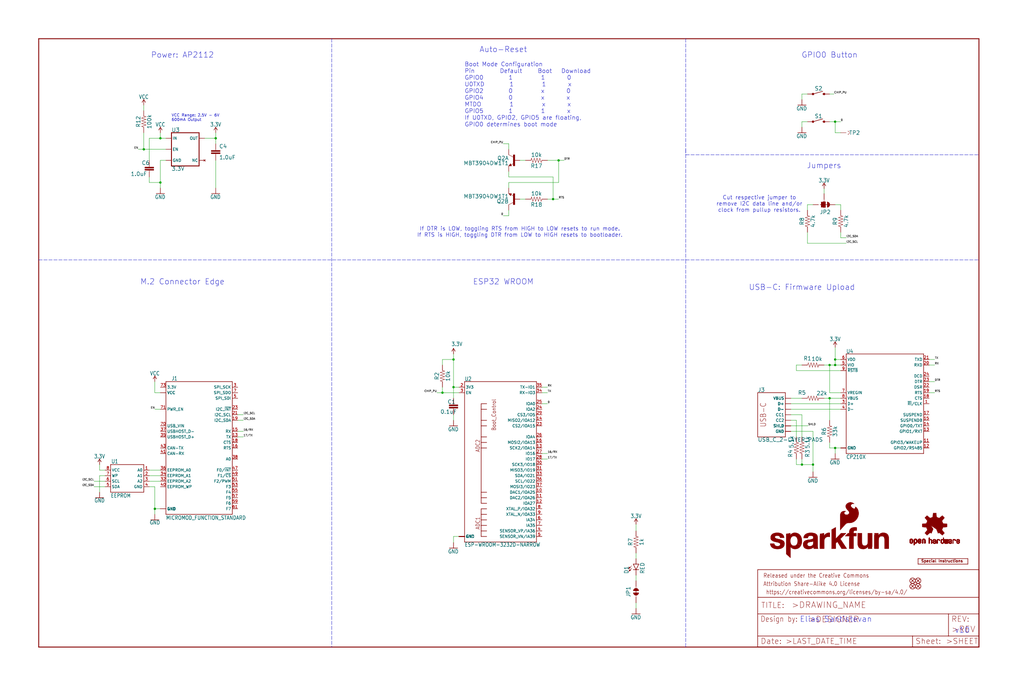
<source format=kicad_sch>
(kicad_sch (version 20211123) (generator eeschema)
  (paper "User" 470.306 317.906)
  (lib_symbols
    (symbol "schematicEagle-eagle-import:0.1UF-0603-25V-(+80{slash}-20%)"
      (property "Reference" "C" (at 1.524 2.921 0))
      (property "Value" "0.1UF-0603-25V-(+80{slash}-20%)" (at 1.524 -2.159 0))
      (symbol "0.1UF-0603-25V-(+80{slash}-20%)_1_0"
        (pin passive line (at 0 5.08 270) (length 2.54) (name "1") (number "1"))
        (pin passive line (at 0 -2.54 90) (length 2.54) (name "2") (number "2"))
      )
    )
    (symbol "schematicEagle-eagle-import:1.0UF-0603-16V-10%"
      (property "Reference" "C" (at 1.524 2.921 0))
      (property "Value" "1.0UF-0603-16V-10%" (at 1.524 -2.159 0))
      (symbol "1.0UF-0603-16V-10%_1_0"
        (pin passive line (at 0 5.08 270) (length 2.54) (name "1") (number "1"))
        (pin passive line (at 0 -2.54 90) (length 2.54) (name "2") (number "2"))
      )
    )
    (symbol "schematicEagle-eagle-import:100KOHM-0603-1{slash}10W-1%"
      (property "Reference" "R" (at 0 1.524 0))
      (property "Value" "100KOHM-0603-1{slash}10W-1%" (at 0 -1.524 0))
      (symbol "100KOHM-0603-1{slash}10W-1%_1_0"
        (pin passive line (at -5.08 0 0) (length 2.54) (name "1") (number "1"))
        (pin passive line (at 5.08 0 180) (length 2.54) (name "2") (number "2"))
      )
    )
    (symbol "schematicEagle-eagle-import:10KOHM-0603-1{slash}10W-1%"
      (property "Reference" "R" (at 0 1.524 0))
      (property "Value" "10KOHM-0603-1{slash}10W-1%" (at 0 -1.524 0))
      (symbol "10KOHM-0603-1{slash}10W-1%_1_0"
        (pin passive line (at -5.08 0 0) (length 2.54) (name "1") (number "1"))
        (pin passive line (at 5.08 0 180) (length 2.54) (name "2") (number "2"))
      )
    )
    (symbol "schematicEagle-eagle-import:1KOHM-0603-1{slash}10W-1%"
      (property "Reference" "R" (at 0 1.524 0))
      (property "Value" "1KOHM-0603-1{slash}10W-1%" (at 0 -1.524 0))
      (symbol "1KOHM-0603-1{slash}10W-1%_1_0"
        (pin passive line (at -5.08 0 0) (length 2.54) (name "1") (number "1"))
        (pin passive line (at 5.08 0 180) (length 2.54) (name "2") (number "2"))
      )
    )
    (symbol "schematicEagle-eagle-import:22KOHM-0603-1{slash}10W-1%"
      (property "Reference" "R" (at 0 1.524 0))
      (property "Value" "22KOHM-0603-1{slash}10W-1%" (at 0 -1.524 0))
      (symbol "22KOHM-0603-1{slash}10W-1%_1_0"
        (pin passive line (at -5.08 0 0) (length 2.54) (name "1") (number "1"))
        (pin passive line (at 5.08 0 180) (length 2.54) (name "2") (number "2"))
      )
    )
    (symbol "schematicEagle-eagle-import:3.3V" (power)
      (property "Value" "3.3V" (at 0 2.794 0))
      (symbol "3.3V_1_0"
        (pin power_in line (at 0 0 90) (length 2.54) (name "3.3V") (number "1"))
      )
    )
    (symbol "schematicEagle-eagle-import:33KOHM-0603-1{slash}10W-1%"
      (property "Reference" "R" (at 0 1.524 0))
      (property "Value" "33KOHM-0603-1{slash}10W-1%" (at 0 -1.524 0))
      (symbol "33KOHM-0603-1{slash}10W-1%_1_0"
        (pin passive line (at -5.08 0 0) (length 2.54) (name "1") (number "1"))
        (pin passive line (at 5.08 0 180) (length 2.54) (name "2") (number "2"))
      )
    )
    (symbol "schematicEagle-eagle-import:4.7KOHM-0603-1{slash}10W-1%"
      (property "Reference" "R" (at 0 1.524 0))
      (property "Value" "4.7KOHM-0603-1{slash}10W-1%" (at 0 -1.524 0))
      (symbol "4.7KOHM-0603-1{slash}10W-1%_1_0"
        (pin passive line (at -5.08 0 0) (length 2.54) (name "1") (number "1"))
        (pin passive line (at 5.08 0 180) (length 2.54) (name "2") (number "2"))
      )
    )
    (symbol "schematicEagle-eagle-import:5.1KOHM5.1KOHM-0603-1{slash}10W-1%"
      (property "Reference" "R" (at 0 1.524 0))
      (property "Value" "5.1KOHM5.1KOHM-0603-1{slash}10W-1%" (at 0 -1.524 0))
      (symbol "5.1KOHM5.1KOHM-0603-1{slash}10W-1%_1_0"
        (pin passive line (at -5.08 0 0) (length 2.54) (name "1") (number "1"))
        (pin passive line (at 5.08 0 180) (length 2.54) (name "2") (number "2"))
      )
    )
    (symbol "schematicEagle-eagle-import:CP2102N"
      (property "Reference" "U" (at -17.78 23.114 0))
      (property "Value" "CP2102N" (at -17.78 -25.4 0))
      (symbol "CP2102N_1_0"
        (pin bidirectional line (at 20.32 0 180) (length 2.54) (name "~{RI}/CLK") (number "1"))
        (pin bidirectional line (at 20.32 -17.78 180) (length 2.54) (name "GPIO3/WAKEUP") (number "11"))
        (pin bidirectional line (at 20.32 -20.32 180) (length 2.54) (name "GPIO2/RS485") (number "12"))
        (pin bidirectional line (at 20.32 -12.7 180) (length 2.54) (name "GPIO1/RXT") (number "13"))
        (pin bidirectional line (at 20.32 -10.16 180) (length 2.54) (name "GPIO0/TXT") (number "14"))
        (pin bidirectional line (at 20.32 -7.62 180) (length 2.54) (name "SUSPENDB") (number "15"))
        (pin bidirectional line (at 20.32 -5.08 180) (length 2.54) (name "SUSPEND") (number "17"))
        (pin bidirectional line (at 20.32 2.54 180) (length 2.54) (name "CTS") (number "18"))
        (pin bidirectional line (at 20.32 5.08 180) (length 2.54) (name "RTS") (number "19"))
        (pin bidirectional line (at -20.32 -20.32 0) (length 2.54) (name "GND") (number "2"))
        (pin bidirectional line (at 20.32 17.78 180) (length 2.54) (name "RXD") (number "20"))
        (pin bidirectional line (at 20.32 20.32 180) (length 2.54) (name "TXD") (number "21"))
        (pin bidirectional line (at 20.32 7.62 180) (length 2.54) (name "DSR") (number "22"))
        (pin bidirectional line (at 20.32 10.16 180) (length 2.54) (name "DTR") (number "23"))
        (pin bidirectional line (at 20.32 12.7 180) (length 2.54) (name "DCD") (number "24"))
        (pin bidirectional line (at -20.32 0 0) (length 2.54) (name "D+") (number "3"))
        (pin bidirectional line (at -20.32 -2.54 0) (length 2.54) (name "D-") (number "4"))
        (pin bidirectional line (at -20.32 17.78 0) (length 2.54) (name "VIO") (number "5"))
        (pin bidirectional line (at -20.32 20.32 0) (length 2.54) (name "VDD") (number "6"))
        (pin bidirectional line (at -20.32 5.08 0) (length 2.54) (name "VREGIN") (number "7"))
        (pin bidirectional line (at -20.32 2.54 0) (length 2.54) (name "VBUS") (number "8"))
        (pin bidirectional line (at -20.32 15.24 0) (length 2.54) (name "~{RSTB}") (number "9"))
        (pin bidirectional line (at -20.32 -20.32 0) (length 2.54) (name "GND") (number "PAD"))
      )
    )
    (symbol "schematicEagle-eagle-import:EEPROM-I2C512K"
      (property "Reference" "U" (at -7.62 8.382 0))
      (property "Value" "EEPROM-I2C512K" (at -7.62 -7.62 0))
      (symbol "EEPROM-I2C512K_1_0"
        (pin bidirectional line (at -10.16 5.08 0) (length 2.54) (name "A0") (number "1"))
        (pin bidirectional line (at -10.16 2.54 0) (length 2.54) (name "A1") (number "2"))
        (pin bidirectional line (at -10.16 0 0) (length 2.54) (name "A2") (number "3"))
        (pin power_in line (at -10.16 -2.54 0) (length 2.54) (name "GND") (number "4"))
        (pin bidirectional line (at 10.16 -2.54 180) (length 2.54) (name "SDA") (number "5"))
        (pin bidirectional line (at 10.16 0 180) (length 2.54) (name "SCL") (number "6"))
        (pin bidirectional line (at 10.16 2.54 180) (length 2.54) (name "WP") (number "7"))
        (pin power_in line (at 10.16 5.08 180) (length 2.54) (name "VCC") (number "8"))
      )
    )
    (symbol "schematicEagle-eagle-import:ESP-WROOM-3232D-NARROW"
      (property "Reference" "U" (at -17.78 38.354 0))
      (property "Value" "ESP-WROOM-3232D-NARROW" (at -17.78 -35.814 0))
      (symbol "ESP-WROOM-3232D-NARROW_1_0"
        (text "ADC1" (at -11.684 -26.924 900) (effects (font (size 1.778 1.5113))))
        (text "ADC2" (at -11.684 8.636 900) (effects (font (size 1.778 1.5113))))
        (text "Boot_Control" (at -4.318 22.86 900) (effects (font (size 1.778 1.5113))))
        (pin bidirectional line (at -20.32 -33.02 0) (length 2.54) (name "GND") (number "1"))
        (pin bidirectional line (at 17.78 -12.7 180) (length 2.54) (name "DAC1/IOA25") (number "10"))
        (pin bidirectional line (at 17.78 -15.24 180) (length 2.54) (name "DAC2/IOA26") (number "11"))
        (pin bidirectional line (at 17.78 -17.78 180) (length 2.54) (name "IOA27") (number "12"))
        (pin bidirectional line (at 17.78 7.62 180) (length 2.54) (name "SCK2/IOA14") (number "13"))
        (pin bidirectional line (at 17.78 20.32 180) (length 2.54) (name "MISO2/IOA12") (number "14"))
        (pin bidirectional line (at -20.32 -33.02 0) (length 2.54) (name "GND") (number "15"))
        (pin bidirectional line (at 17.78 10.16 180) (length 2.54) (name "MOSI2/IOA13") (number "16"))
        (pin bidirectional line (at -20.32 35.56 0) (length 2.54) (name "3V3") (number "2"))
        (pin bidirectional line (at 17.78 17.78 180) (length 2.54) (name "CS2/IOA15") (number "23"))
        (pin bidirectional line (at 17.78 25.4 180) (length 2.54) (name "IOA2") (number "24"))
        (pin bidirectional line (at 17.78 27.94 180) (length 2.54) (name "IOA0") (number "25"))
        (pin bidirectional line (at 17.78 12.7 180) (length 2.54) (name "IOA4") (number "26"))
        (pin bidirectional line (at 17.78 5.08 180) (length 2.54) (name "IO16") (number "27"))
        (pin bidirectional line (at 17.78 2.54 180) (length 2.54) (name "IO17") (number "28"))
        (pin bidirectional line (at 17.78 22.86 180) (length 2.54) (name "CS3/IO5") (number "29"))
        (pin bidirectional line (at -20.32 33.02 0) (length 2.54) (name "EN") (number "3"))
        (pin bidirectional line (at 17.78 0 180) (length 2.54) (name "SCK3/IO18") (number "30"))
        (pin bidirectional line (at 17.78 -2.54 180) (length 2.54) (name "MISO3/IO19") (number "31"))
        (pin bidirectional line (at 17.78 -5.08 180) (length 2.54) (name "SDA/IO21") (number "33"))
        (pin bidirectional line (at 17.78 33.02 180) (length 2.54) (name "RX-IO3") (number "34"))
        (pin bidirectional line (at 17.78 35.56 180) (length 2.54) (name "TX-IO1") (number "35"))
        (pin bidirectional line (at 17.78 -7.62 180) (length 2.54) (name "SCL/IO22") (number "36"))
        (pin bidirectional line (at 17.78 -10.16 180) (length 2.54) (name "MOSI3/IO23") (number "37"))
        (pin bidirectional line (at -20.32 -33.02 0) (length 2.54) (name "GND") (number "38"))
        (pin bidirectional line (at 17.78 -30.48 180) (length 2.54) (name "SENSOR_VP/IA36") (number "4"))
        (pin bidirectional line (at 17.78 -33.02 180) (length 2.54) (name "SENSOR_VN/IA39") (number "5"))
        (pin bidirectional line (at 17.78 -25.4 180) (length 2.54) (name "IA34") (number "6"))
        (pin bidirectional line (at 17.78 -27.94 180) (length 2.54) (name "IA35") (number "7"))
        (pin bidirectional line (at 17.78 -20.32 180) (length 2.54) (name "XTAL_P/IOA32") (number "8"))
        (pin bidirectional line (at 17.78 -22.86 180) (length 2.54) (name "XTAL_N/IOA33") (number "9"))
        (pin bidirectional line (at -20.32 -33.02 0) (length 2.54) (name "GND") (number "GND1"))
        (pin bidirectional line (at -20.32 -33.02 0) (length 2.54) (name "GND") (number "GNDT1"))
        (pin bidirectional line (at -20.32 -33.02 0) (length 2.54) (name "GND") (number "GNDT2"))
        (pin bidirectional line (at -20.32 -33.02 0) (length 2.54) (name "GND") (number "GNDT3"))
        (pin bidirectional line (at -20.32 -33.02 0) (length 2.54) (name "GND") (number "GNDT4"))
        (pin bidirectional line (at -20.32 -33.02 0) (length 2.54) (name "GND") (number "GNDT5"))
        (pin bidirectional line (at -20.32 -33.02 0) (length 2.54) (name "GND") (number "GNDT6"))
        (pin bidirectional line (at -20.32 -33.02 0) (length 2.54) (name "GND") (number "GNDT7"))
        (pin bidirectional line (at -20.32 -33.02 0) (length 2.54) (name "GND") (number "GNDT8"))
      )
    )
    (symbol "schematicEagle-eagle-import:FIDUCIAL1X2")
    (symbol "schematicEagle-eagle-import:FRAME-LEDGER"
      (symbol "FRAME-LEDGER_2_0"
        (text " https://creativecommons.org/licenses/by-sa/4.0/" (at 2.54 24.13 0) (effects (font (size 1.9304 1.6408)) (justify left bottom)))
        (text ">DESIGNER" (at 23.114 11.176 0) (effects (font (size 2.7432 2.7432)) (justify left bottom)))
        (text ">DRAWING_NAME" (at 15.494 17.78 0) (effects (font (size 2.7432 2.7432)) (justify left bottom)))
        (text ">LAST_DATE_TIME" (at 12.7 1.27 0) (effects (font (size 2.54 2.54)) (justify left bottom)))
        (text ">REV" (at 88.9 6.604 0) (effects (font (size 2.7432 2.7432)) (justify left bottom)))
        (text ">SHEET" (at 86.36 1.27 0) (effects (font (size 2.54 2.54)) (justify left bottom)))
        (text "Attribution Share-Alike 4.0 License" (at 2.54 27.94 0) (effects (font (size 1.9304 1.6408)) (justify left bottom)))
        (text "Date:" (at 1.27 1.27 0) (effects (font (size 2.54 2.54)) (justify left bottom)))
        (text "Design by:" (at 1.27 11.43 0) (effects (font (size 2.54 2.159)) (justify left bottom)))
        (text "Released under the Creative Commons" (at 2.54 31.75 0) (effects (font (size 1.9304 1.6408)) (justify left bottom)))
        (text "REV:" (at 88.9 11.43 0) (effects (font (size 2.54 2.54)) (justify left bottom)))
        (text "Sheet:" (at 72.39 1.27 0) (effects (font (size 2.54 2.54)) (justify left bottom)))
        (text "TITLE:" (at 1.524 17.78 0) (effects (font (size 2.54 2.54)) (justify left bottom)))
      )
    )
    (symbol "schematicEagle-eagle-import:GND" (power)
      (property "Value" "GND" (at 0 -0.254 0))
      (symbol "GND_1_0"
        (pin power_in line (at 0 2.54 270) (length 2.54) (name "GND") (number "1"))
      )
    )
    (symbol "schematicEagle-eagle-import:JUMPER-SMT_2_NC_TRACE_SILK"
      (property "Reference" "JP" (at 0 3.048 0))
      (property "Value" "JUMPER-SMT_2_NC_TRACE_SILK" (at 0 -3.048 0))
      (symbol "JUMPER-SMT_2_NC_TRACE_SILK_1_0"
        (pin passive line (at -5.08 0 0) (length 2.54) (name "1") (number "1"))
        (pin passive line (at 5.08 0 180) (length 2.54) (name "2") (number "2"))
      )
    )
    (symbol "schematicEagle-eagle-import:JUMPER-SMT_3_2-NC_TRACE_SILK"
      (property "Reference" "JP" (at 6.096 1.524 0))
      (property "Value" "JUMPER-SMT_3_2-NC_TRACE_SILK" (at 6.858 -1.524 0))
      (symbol "JUMPER-SMT_3_2-NC_TRACE_SILK_1_0"
        (pin passive line (at 0 5.08 270) (length 2.54) (name "1") (number "1"))
        (pin passive line (at -5.08 0 0) (length 2.54) (name "2") (number "2"))
        (pin passive line (at 0 -5.08 90) (length 2.54) (name "3") (number "3"))
      )
    )
    (symbol "schematicEagle-eagle-import:LED-RED0603"
      (property "Reference" "D" (at -3.429 -4.572 90))
      (property "Value" "LED-RED0603" (at 1.905 -4.572 90))
      (symbol "LED-RED0603_1_0"
        (pin passive line (at 0 2.54 270) (length 2.54) (name "A") (number "A"))
        (pin passive line (at 0 -5.08 90) (length 2.54) (name "C") (number "C"))
      )
    )
    (symbol "schematicEagle-eagle-import:MICROMOD_FUNCTION_STANDARD"
      (property "Reference" "J" (at -15.24 28.448 0))
      (property "Value" "MICROMOD_FUNCTION_STANDARD" (at -15.24 -35.56 0))
      (symbol "MICROMOD_FUNCTION_STANDARD_1_0"
        (pin bidirectional line (at -17.78 -30.48 0) (length 2.54) (name "GND") (number "1"))
        (pin bidirectional line (at 17.78 2.54 180) (length 2.54) (name "TX") (number "13"))
        (pin bidirectional line (at 17.78 5.08 180) (length 2.54) (name "RX") (number "15"))
        (pin bidirectional line (at 17.78 -2.54 180) (length 2.54) (name "RTS") (number "16"))
        (pin bidirectional line (at 17.78 0 180) (length 2.54) (name "CTS") (number "18"))
        (pin bidirectional line (at 17.78 10.16 180) (length 2.54) (name "I2C_SDA") (number "19"))
        (pin bidirectional line (at 17.78 12.7 180) (length 2.54) (name "I2C_SCL") (number "21"))
        (pin bidirectional line (at 17.78 15.24 180) (length 2.54) (name "I2C_~{INT}") (number "23"))
        (pin bidirectional line (at 17.78 25.4 180) (length 2.54) (name "SPI_SCK") (number "3"))
        (pin bidirectional line (at -17.78 -17.78 0) (length 2.54) (name "EEPROM_A2") (number "32"))
        (pin bidirectional line (at -17.78 -30.48 0) (length 2.54) (name "GND") (number "33"))
        (pin bidirectional line (at -17.78 -15.24 0) (length 2.54) (name "EEPROM_A1") (number "34"))
        (pin bidirectional line (at -17.78 2.54 0) (length 2.54) (name "USBHOST_D+") (number "35"))
        (pin bidirectional line (at -17.78 -12.7 0) (length 2.54) (name "EEPROM_A0") (number "36"))
        (pin bidirectional line (at -17.78 5.08 0) (length 2.54) (name "USBHOST_D-") (number "37"))
        (pin bidirectional line (at 17.78 -7.62 180) (length 2.54) (name "A0") (number "38"))
        (pin bidirectional line (at -17.78 -30.48 0) (length 2.54) (name "GND") (number "39"))
        (pin bidirectional line (at -17.78 -20.32 0) (length 2.54) (name "EEPROM_WP") (number "40"))
        (pin bidirectional line (at -17.78 -5.08 0) (length 2.54) (name "CAN-RX") (number "41"))
        (pin bidirectional line (at -17.78 -2.54 0) (length 2.54) (name "CAN-TX") (number "43"))
        (pin bidirectional line (at -17.78 -30.48 0) (length 2.54) (name "GND") (number "45"))
        (pin bidirectional line (at 17.78 -12.7 180) (length 2.54) (name "F0/~{INT}") (number "47"))
        (pin bidirectional line (at 17.78 -15.24 180) (length 2.54) (name "F1/~{CS}") (number "49"))
        (pin bidirectional line (at 17.78 20.32 180) (length 2.54) (name "SPI_SDI") (number "5"))
        (pin bidirectional line (at 17.78 -17.78 180) (length 2.54) (name "F2/PWM") (number "51"))
        (pin bidirectional line (at 17.78 -20.32 180) (length 2.54) (name "F3") (number "53"))
        (pin bidirectional line (at 17.78 -22.86 180) (length 2.54) (name "F4") (number "55"))
        (pin bidirectional line (at 17.78 -25.4 180) (length 2.54) (name "F5") (number "57"))
        (pin bidirectional line (at 17.78 -27.94 180) (length 2.54) (name "F6") (number "59"))
        (pin bidirectional line (at 17.78 -30.48 180) (length 2.54) (name "F7") (number "61"))
        (pin bidirectional line (at 17.78 22.86 180) (length 2.54) (name "SPI_SDO") (number "7"))
        (pin bidirectional line (at -17.78 7.62 0) (length 2.54) (name "USB_VIN") (number "70"))
        (pin bidirectional line (at -17.78 15.24 0) (length 2.54) (name "PWR_EN") (number "71"))
        (pin bidirectional line (at -17.78 22.86 0) (length 2.54) (name "VCC") (number "72"))
        (pin bidirectional line (at -17.78 25.4 0) (length 2.54) (name "3.3V") (number "73"))
        (pin bidirectional line (at -17.78 22.86 0) (length 2.54) (name "VCC") (number "74"))
        (pin bidirectional line (at -17.78 -30.48 0) (length 2.54) (name "GND") (number "75"))
        (pin bidirectional line (at -17.78 -30.48 0) (length 2.54) (name "GND") (number "GND1"))
        (pin bidirectional line (at -17.78 -30.48 0) (length 2.54) (name "GND") (number "GND2"))
        (pin bidirectional line (at -17.78 -30.48 0) (length 2.54) (name "GND") (number "GND3"))
        (pin bidirectional line (at -17.78 -30.48 0) (length 2.54) (name "GND") (number "GND4"))
        (pin bidirectional line (at -17.78 -30.48 0) (length 2.54) (name "GND") (number "GND5"))
        (pin bidirectional line (at -17.78 -30.48 0) (length 2.54) (name "GND") (number "GND6"))
      )
    )
    (symbol "schematicEagle-eagle-import:MOMENTARY-SWITCH-SPST-SMD-5.2MM-TALL"
      (property "Reference" "S" (at 0 1.524 0))
      (property "Value" "MOMENTARY-SWITCH-SPST-SMD-5.2MM-TALL" (at 0 -0.508 0))
      (symbol "MOMENTARY-SWITCH-SPST-SMD-5.2MM-TALL_1_0"
        (pin passive line (at -5.08 0 0) (length 2.54) (name "1") (number "1"))
        (pin passive line (at 5.08 0 180) (length 2.54) (name "2") (number "3"))
      )
    )
    (symbol "schematicEagle-eagle-import:OSHW-LOGOS")
    (symbol "schematicEagle-eagle-import:SFE_LOGO_NAME_FLAME.2_INCH")
    (symbol "schematicEagle-eagle-import:SPECIAL_INSTRUCTIONS-ORDERING"
      (symbol "SPECIAL_INSTRUCTIONS-ORDERING_1_0"
        (text "Special Instructions" (at 1.27 0.6985 0) (effects (font (size 1.27 1.27) (thickness 0.254) bold) (justify left bottom)))
      )
    )
    (symbol "schematicEagle-eagle-import:TEST-POINTTP_15TH_THRU"
      (property "Reference" "TP" (at -2.54 2.54 0))
      (property "Value" "TEST-POINTTP_15TH_THRU" (at -2.54 -2.54 0))
      (symbol "TEST-POINTTP_15TH_THRU_1_0"
        (pin bidirectional line (at 0 0 180) (length 0) (name "1") (number "1"))
      )
    )
    (symbol "schematicEagle-eagle-import:TRANS_NPN_DUAL-MBT3904DW1T1"
      (property "Reference" "Q" (at 2.54 0 0))
      (property "Value" "TRANS_NPN_DUAL-MBT3904DW1T1" (at 2.54 -2.286 0))
      (symbol "TRANS_NPN_DUAL-MBT3904DW1T1_1_0"
        (pin passive line (at 2.54 5.08 270) (length 2.54) (name "C") (number "3"))
        (pin passive line (at 2.54 -5.08 90) (length 2.54) (name "E") (number "4"))
        (pin passive line (at -2.54 0 0) (length 2.54) (name "B") (number "5"))
      )
      (symbol "TRANS_NPN_DUAL-MBT3904DW1T1_2_0"
        (pin passive line (at 2.54 -5.08 90) (length 2.54) (name "E") (number "1"))
        (pin passive line (at -2.54 0 0) (length 2.54) (name "B") (number "2"))
        (pin passive line (at 2.54 5.08 270) (length 2.54) (name "C") (number "6"))
      )
    )
    (symbol "schematicEagle-eagle-import:USB_C_2-LAYER_PADS"
      (property "Reference" "J" (at -2.54 10.414 0))
      (property "Value" "USB_C_2-LAYER_PADS" (at -2.54 -12.446 0))
      (symbol "USB_C_2-LAYER_PADS_1_0"
        (text "USB-C" (at 0 0 900) (effects (font (size 2.54 2.159))))
        (pin bidirectional line (at 12.7 0 180) (length 2.54) (name "CC1") (number "A5"))
        (pin bidirectional line (at 12.7 5.08 180) (length 2.54) (name "D+") (number "A6"))
        (pin bidirectional line (at 12.7 2.54 180) (length 2.54) (name "D-") (number "A7"))
        (pin bidirectional line (at 12.7 -2.54 180) (length 2.54) (name "CC2") (number "B5"))
        (pin bidirectional line (at 12.7 5.08 180) (length 2.54) (name "D+") (number "B6"))
        (pin bidirectional line (at 12.7 2.54 180) (length 2.54) (name "D-") (number "B7"))
        (pin bidirectional line (at 12.7 -7.62 180) (length 2.54) (name "GND") (number "GND"))
        (pin bidirectional line (at 12.7 -7.62 180) (length 2.54) (name "GND") (number "GND2"))
        (pin bidirectional line (at 12.7 -5.08 180) (length 2.54) (name "SHLD") (number "SHLD1"))
        (pin bidirectional line (at 12.7 -5.08 180) (length 2.54) (name "SHLD") (number "SHLD2"))
        (pin bidirectional line (at 12.7 -5.08 180) (length 2.54) (name "SHLD") (number "SHLD3"))
        (pin bidirectional line (at 12.7 -5.08 180) (length 2.54) (name "SHLD") (number "SHLD4"))
        (pin bidirectional line (at 12.7 7.62 180) (length 2.54) (name "VBUS") (number "VBUS1"))
        (pin bidirectional line (at 12.7 7.62 180) (length 2.54) (name "VBUS") (number "VBUS2"))
      )
    )
    (symbol "schematicEagle-eagle-import:VCC" (power)
      (property "Value" "VCC" (at 0 2.794 0))
      (symbol "VCC_1_0"
        (pin power_in line (at 0 0 90) (length 2.54) (name "VCC") (number "1"))
      )
    )
    (symbol "schematicEagle-eagle-import:V_REG_AP2112K-3.3V"
      (property "Reference" "U" (at -7.62 7.874 0))
      (property "Value" "V_REG_AP2112K-3.3V" (at -7.62 -7.874 0))
      (symbol "V_REG_AP2112K-3.3V_1_0"
        (pin input line (at -10.16 5.08 0) (length 2.54) (name "IN") (number "1"))
        (pin input line (at -10.16 -5.08 0) (length 2.54) (name "GND") (number "2"))
        (pin input line (at -10.16 0 0) (length 2.54) (name "EN") (number "3"))
        (pin no_connect line (at 7.62 -5.08 180) (length 2.54) (name "NC") (number "4"))
        (pin passive line (at 7.62 5.08 180) (length 2.54) (name "OUT") (number "5"))
      )
    )
  )
  (junction (at 383.54 205.74))
  (junction (at 381 167.64))
  (junction (at 256.54 73.66))
  (junction (at 368.3 213.36))
  (junction (at 99.06 63.5))
  (junction (at 208.28 165.1))
  (junction (at 73.66 83.82))
  (junction (at 383.54 55.88))
  (junction (at 73.66 63.5))
  (junction (at 66.04 68.58))
  (junction (at 381 182.88))
  (junction (at 254 91.44))
  (junction (at 373.38 213.36))
  (junction (at 208.28 177.8))
  (junction (at 71.12 233.68))
  (junction (at 203.2 180.34))
  (junction (at 383.54 165.1))
  (junction (at 383.54 167.64))
  (wire (pts (xy 368.3 190.5) (xy 368.3 200.66)))
  (wire (pts (xy 381 182.88) (xy 381 193.04)))
  (wire (pts (xy 254 91.44) (xy 256.54 91.44)))
  (wire (pts (xy 363.22 182.88) (xy 368.3 182.88)))
  (polyline (pts (xy 314.96 17.78) (xy 314.96 68.58)))
  (polyline (pts (xy 314.96 68.58) (xy 314.96 119.38)))
  (wire (pts (xy 45.72 215.9) (xy 45.72 213.36)))
  (wire (pts (xy 71.12 223.52) (xy 71.12 233.68)))
  (wire (pts (xy 426.72 165.1) (xy 429.26 165.1)))
  (wire (pts (xy 248.92 180.34) (xy 251.46 180.34)))
  (wire (pts (xy 292.1 266.7) (xy 292.1 264.16)))
  (wire (pts (xy 66.04 68.58) (xy 66.04 60.96)))
  (wire (pts (xy 381 43.18) (xy 383.032 43.18)))
  (wire (pts (xy 73.66 233.68) (xy 71.12 233.68)))
  (wire (pts (xy 256.54 83.82) (xy 256.54 73.66)))
  (wire (pts (xy 363.22 190.5) (xy 368.3 190.5)))
  (wire (pts (xy 386.08 167.64) (xy 383.54 167.64)))
  (wire (pts (xy 68.58 83.82) (xy 73.66 83.82)))
  (wire (pts (xy 363.22 195.58) (xy 371.094 195.58)))
  (wire (pts (xy 76.2 73.66) (xy 73.66 73.66)))
  (wire (pts (xy 99.06 63.5) (xy 99.06 66.04)))
  (wire (pts (xy 254 91.44) (xy 254 81.28)))
  (wire (pts (xy 381 205.74) (xy 381 203.2)))
  (wire (pts (xy 68.58 63.5) (xy 73.66 63.5)))
  (wire (pts (xy 73.66 83.82) (xy 73.66 86.36)))
  (wire (pts (xy 208.28 190.5) (xy 208.28 193.04)))
  (wire (pts (xy 109.22 198.12) (xy 111.76 198.12)))
  (wire (pts (xy 251.46 91.44) (xy 254 91.44)))
  (wire (pts (xy 383.54 60.96) (xy 386.08 60.96)))
  (wire (pts (xy 233.68 99.06) (xy 231.14 99.06)))
  (wire (pts (xy 248.92 210.82) (xy 251.46 210.82)))
  (wire (pts (xy 365.76 193.04) (xy 365.76 200.66)))
  (wire (pts (xy 241.3 73.66) (xy 238.76 73.66)))
  (wire (pts (xy 381 55.88) (xy 383.54 55.88)))
  (wire (pts (xy 365.76 167.64) (xy 368.3 167.64)))
  (wire (pts (xy 378.46 86.614) (xy 378.46 88.9)))
  (polyline (pts (xy 152.4 17.78) (xy 152.4 297.18)))
  (wire (pts (xy 73.66 180.34) (xy 71.12 180.34)))
  (wire (pts (xy 373.38 93.98) (xy 370.84 93.98)))
  (wire (pts (xy 210.82 246.38) (xy 208.28 246.38)))
  (wire (pts (xy 370.84 55.88) (xy 368.3 55.88)))
  (wire (pts (xy 365.76 213.36) (xy 368.3 213.36)))
  (wire (pts (xy 383.54 55.88) (xy 383.54 60.96)))
  (wire (pts (xy 381 167.64) (xy 378.46 167.64)))
  (wire (pts (xy 426.72 175.26) (xy 429.26 175.26)))
  (wire (pts (xy 208.28 177.8) (xy 208.28 182.88)))
  (wire (pts (xy 203.2 180.34) (xy 200.66 180.34)))
  (wire (pts (xy 208.28 165.1) (xy 203.2 165.1)))
  (wire (pts (xy 233.68 68.58) (xy 233.68 66.04)))
  (wire (pts (xy 66.04 68.58) (xy 63.5 68.58)))
  (wire (pts (xy 383.54 167.64) (xy 383.54 165.1)))
  (wire (pts (xy 386.08 205.74) (xy 383.54 205.74)))
  (polyline (pts (xy 314.96 68.58) (xy 314.96 71.12)))
  (wire (pts (xy 203.2 165.1) (xy 203.2 167.64)))
  (wire (pts (xy 73.66 218.44) (xy 68.58 218.44)))
  (wire (pts (xy 68.58 83.82) (xy 68.58 81.28)))
  (wire (pts (xy 386.08 96.52) (xy 386.08 93.98)))
  (wire (pts (xy 365.76 170.18) (xy 365.76 167.64)))
  (wire (pts (xy 386.08 109.22) (xy 388.62 109.22)))
  (wire (pts (xy 363.22 187.96) (xy 386.08 187.96)))
  (wire (pts (xy 233.68 81.28) (xy 233.68 78.74)))
  (wire (pts (xy 45.72 218.44) (xy 45.72 226.06)))
  (wire (pts (xy 73.66 73.66) (xy 73.66 83.82)))
  (wire (pts (xy 378.46 182.88) (xy 381 182.88)))
  (wire (pts (xy 363.22 193.04) (xy 365.76 193.04)))
  (wire (pts (xy 383.54 165.1) (xy 383.54 159.512)))
  (polyline (pts (xy 17.78 119.38) (xy 314.96 119.38)))
  (wire (pts (xy 203.2 180.34) (xy 203.2 177.8)))
  (wire (pts (xy 68.58 73.66) (xy 68.58 63.5)))
  (wire (pts (xy 254 81.28) (xy 233.68 81.28)))
  (wire (pts (xy 76.2 63.5) (xy 73.66 63.5)))
  (wire (pts (xy 368.3 213.36) (xy 373.38 213.36)))
  (polyline (pts (xy 314.96 119.38) (xy 314.96 297.18)))
  (wire (pts (xy 48.26 220.98) (xy 43.18 220.98)))
  (wire (pts (xy 248.92 208.28) (xy 251.46 208.28)))
  (wire (pts (xy 292.1 279.4) (xy 292.1 276.86)))
  (wire (pts (xy 233.68 66.04) (xy 231.14 66.04)))
  (wire (pts (xy 426.72 167.64) (xy 429.26 167.64)))
  (wire (pts (xy 248.92 177.8) (xy 251.46 177.8)))
  (wire (pts (xy 248.92 185.42) (xy 251.46 185.42)))
  (wire (pts (xy 373.38 213.36) (xy 373.38 216.662)))
  (wire (pts (xy 208.28 165.1) (xy 208.28 177.8)))
  (wire (pts (xy 71.12 180.34) (xy 71.12 175.26)))
  (wire (pts (xy 66.04 50.8) (xy 66.04 48.26)))
  (wire (pts (xy 381 182.88) (xy 386.08 182.88)))
  (wire (pts (xy 292.1 243.84) (xy 292.1 240.792)))
  (wire (pts (xy 233.68 99.06) (xy 233.68 96.52)))
  (wire (pts (xy 365.76 210.82) (xy 365.76 213.36)))
  (wire (pts (xy 386.08 165.1) (xy 383.54 165.1)))
  (wire (pts (xy 99.06 86.36) (xy 99.06 73.66)))
  (wire (pts (xy 48.26 223.52) (xy 43.18 223.52)))
  (wire (pts (xy 210.82 180.34) (xy 203.2 180.34)))
  (wire (pts (xy 256.54 73.66) (xy 259.08 73.66)))
  (wire (pts (xy 208.28 162.56) (xy 208.28 165.1)))
  (wire (pts (xy 370.84 111.76) (xy 388.62 111.76)))
  (wire (pts (xy 109.22 193.04) (xy 111.76 193.04)))
  (polyline (pts (xy 314.96 119.38) (xy 449.58 119.38)))
  (polyline (pts (xy 314.96 71.12) (xy 449.58 71.12)))
  (wire (pts (xy 251.46 73.66) (xy 256.54 73.66)))
  (wire (pts (xy 48.26 218.44) (xy 45.72 218.44)))
  (wire (pts (xy 292.1 256.54) (xy 292.1 254)))
  (wire (pts (xy 368.3 55.88) (xy 368.3 58.42)))
  (wire (pts (xy 233.68 83.82) (xy 256.54 83.82)))
  (wire (pts (xy 73.66 220.98) (xy 68.58 220.98)))
  (wire (pts (xy 386.08 170.18) (xy 365.76 170.18)))
  (wire (pts (xy 233.68 86.36) (xy 233.68 83.82)))
  (wire (pts (xy 241.3 91.44) (xy 238.76 91.44)))
  (wire (pts (xy 370.84 93.98) (xy 370.84 96.52)))
  (wire (pts (xy 368.3 43.18) (xy 368.3 45.72)))
  (wire (pts (xy 381 180.34) (xy 381 167.64)))
  (wire (pts (xy 109.22 190.5) (xy 111.76 190.5)))
  (wire (pts (xy 368.3 210.82) (xy 368.3 213.36)))
  (wire (pts (xy 386.08 106.68) (xy 386.08 109.22)))
  (wire (pts (xy 48.26 215.9) (xy 45.72 215.9)))
  (wire (pts (xy 386.08 93.98) (xy 383.54 93.98)))
  (wire (pts (xy 111.76 200.66) (xy 109.22 200.66)))
  (wire (pts (xy 383.54 167.64) (xy 381 167.64)))
  (wire (pts (xy 386.08 180.34) (xy 381 180.34)))
  (wire (pts (xy 370.84 106.68) (xy 370.84 111.76)))
  (wire (pts (xy 71.12 233.68) (xy 71.12 236.22)))
  (wire (pts (xy 208.28 177.8) (xy 210.82 177.8)))
  (wire (pts (xy 73.66 63.5) (xy 73.66 60.96)))
  (wire (pts (xy 76.2 68.58) (xy 66.04 68.58)))
  (wire (pts (xy 383.54 205.74) (xy 381 205.74)))
  (wire (pts (xy 426.72 180.34) (xy 429.26 180.34)))
  (wire (pts (xy 73.66 215.9) (xy 68.58 215.9)))
  (wire (pts (xy 386.08 185.42) (xy 363.22 185.42)))
  (wire (pts (xy 370.84 43.18) (xy 368.3 43.18)))
  (wire (pts (xy 68.58 223.52) (xy 71.12 223.52)))
  (wire (pts (xy 208.28 246.38) (xy 208.28 249.174)))
  (wire (pts (xy 363.22 198.12) (xy 373.38 198.12)))
  (wire (pts (xy 373.38 198.12) (xy 373.38 213.36)))
  (wire (pts (xy 99.06 60.96) (xy 99.06 63.5)))
  (wire (pts (xy 383.54 205.74) (xy 383.54 208.28)))
  (wire (pts (xy 73.66 187.96) (xy 71.12 187.96)))
  (wire (pts (xy 93.98 63.5) (xy 99.06 63.5)))
  (wire (pts (xy 383.54 55.88) (xy 386.08 55.88)))
  (text "USB-C: Firmware Upload" (at 368.3 132.08 180) (effects (font (size 2.54 2.54))))
  (text "ESP32 WROOM" (at 231.14 129.54 180) (effects (font (size 2.54 2.54))))
  (text "M.2 Connector Edge" (at 83.82 129.54 180) (effects (font (size 2.54 2.54))))
  (text "Cut respective jumper to\nremove I2C data line and/or\nclock from pullup resistors." (at 348.742 93.726 0) (effects (font (size 1.778 1.778))))
  (text "v10" (at 441.96 289.56 180) (effects (font (size 2.54 2.54))))
  (text "Elias Santistevan" (at 367.284 286.004 180) (effects (font (size 2.54 2.54)) (justify left bottom)))
  (text "Power: AP2112" (at 83.82 25.4 180) (effects (font (size 2.54 2.54))))
  (text "Boot Mode Configuration\nPin        Default     Boot   Download\nGPIO0        1         1       0\nU0TXD        1         1       x\nGPIO2        0         x       0\nGPIO4        0         x       x\nMTDO         1         x       x\nGPIO5        1         1       x\nIf U0TXD, GPIO2, GPIO5 are floating,\nGPIO0 determines boot mode" (at 213.36 58.42 0) (effects (font (size 1.905 1.905)) (justify left bottom)))
  (text "Auto-Reset" (at 231.14 22.86 180) (effects (font (size 2.54 2.54))))
  (text "If DTR is LOW, toggling RTS from HIGH to LOW resets to run mode.\nIf RTS is HIGH, toggling DTR from LOW to HIGH resets to bootloader." (at 238.76 104.14 0) (effects (font (size 1.778 1.778)) (justify top)))
  (text "Jumpers" (at 378.46 76.2 180) (effects (font (size 2.54 2.54))))
  (text "VCC Range: 2.5V - 6V\n600mA Output" (at 78.74 55.88 180) (effects (font (size 1.27 1.27)) (justify left bottom)))
  (text "GPIO0 Button" (at 381 25.4 180) (effects (font (size 2.54 2.54))))
  (label "RX" (at 251.46 177.8 0) (effects (font (size 0.889 0.889))))
  (label "RX" (at 429.26 167.64 0) (effects (font (size 0.889 0.889))))
  (label "I2C_SDA" (at 388.62 109.22 0) (effects (font (size 0.889 0.889))))
  (label "SHLD" (at 371.094 195.58 0) (effects (font (size 0.889 0.889))))
  (label "EN" (at 63.5 68.58 180) (effects (font (size 0.889 0.889))))
  (label "TX" (at 429.26 165.1 0) (effects (font (size 0.889 0.889))))
  (label "0" (at 251.46 185.42 0) (effects (font (size 0.889 0.889))))
  (label "17/TX" (at 111.76 200.66 0) (effects (font (size 0.889 0.889))))
  (label "I2C_SCL" (at 43.18 220.98 180) (effects (font (size 0.889 0.889))))
  (label "DTR" (at 429.26 175.26 0) (effects (font (size 0.889 0.889))))
  (label "RTS" (at 429.26 180.34 0) (effects (font (size 0.889 0.889))))
  (label "0" (at 231.14 99.06 180) (effects (font (size 0.889 0.889))))
  (label "EN" (at 71.12 187.96 180) (effects (font (size 0.889 0.889))))
  (label "I2C_SDA" (at 43.18 223.52 180) (effects (font (size 0.889 0.889))))
  (label "DTR" (at 259.08 73.66 0) (effects (font (size 0.889 0.889))))
  (label "I2C_SCL" (at 111.76 190.5 0) (effects (font (size 0.889 0.889))))
  (label "RTS" (at 256.54 91.44 0) (effects (font (size 0.889 0.889))))
  (label "17/TX" (at 251.46 210.82 0) (effects (font (size 0.889 0.889))))
  (label "0" (at 386.08 55.88 0) (effects (font (size 0.889 0.889))))
  (label "16/RX" (at 111.76 198.12 0) (effects (font (size 0.889 0.889))))
  (label "CHIP_PU" (at 383.032 43.18 0) (effects (font (size 0.889 0.889))))
  (label "CHIP_PU" (at 231.14 66.04 180) (effects (font (size 0.889 0.889))))
  (label "TX" (at 251.46 180.34 0) (effects (font (size 0.889 0.889))))
  (label "CHIP_PU" (at 200.66 180.34 180) (effects (font (size 0.889 0.889))))
  (label "16/RX" (at 251.46 208.28 0) (effects (font (size 0.889 0.889))))
  (label "I2C_SCL" (at 388.62 111.76 0) (effects (font (size 0.889 0.889))))
  (label "I2C_SDA" (at 111.76 193.04 0) (effects (font (size 0.889 0.889))))
  (symbol (lib_id "schematicEagle-eagle-import:USB_C_2-LAYER_PADS") (at 350.52 190.5 0) (unit 1)
    (property "Reference" "J3" (at 347.98 180.086 0) (effects (font (size 1.778 1.778)) (justify left bottom)))
    (property "Value" "USB_C_2-LAYER_PADS" (at 347.98 202.946 0) (effects (font (size 1.778 1.778)) (justify left bottom)))
    (property "Footprint" "schematicEagle:USB-C-16P-2LAYER-PADS" (effects hide))
  )
  (symbol (lib_id "schematicEagle-eagle-import:100KOHM-0603-1{slash}10W-1%") (at 66.04 55.88 90) (unit 1)
    (property "Reference" "R12" (at 64.516 55.88 0) (effects (font (size 1.778 1.778)) (justify bottom)))
    (property "Value" "100k" (at 67.564 55.88 0) (effects (font (size 1.778 1.778)) (justify top)))
    (property "Footprint" "schematicEagle:0603" (effects hide))
  )
  (symbol (lib_id "schematicEagle-eagle-import:3.3V") (at 383.54 159.512 0) (unit 1)
    (property "Reference" "#SUPPLY9" (effects hide))
    (property "Value" "3.3V" (at 383.54 156.718 0) (effects (font (size 1.778 1.5113)) (justify bottom)))
    (property "Footprint" "schematicEagle:" (effects hide))
  )
  (symbol (lib_id "schematicEagle-eagle-import:V_REG_AP2112K-3.3V") (at 86.36 68.58 0) (unit 1)
    (property "Reference" "U3" (at 78.74 60.706 0) (effects (font (size 1.778 1.778)) (justify left bottom)))
    (property "Value" "3.3V" (at 78.74 76.454 0) (effects (font (size 1.778 1.778)) (justify left top)))
    (property "Footprint" "schematicEagle:SOT23-5" (effects hide))
  )
  (symbol (lib_id "schematicEagle-eagle-import:0.1UF-0603-25V-(+80{slash}-20%)") (at 208.28 187.96 0) (unit 1)
    (property "Reference" "C1" (at 205.486 185.547 0) (effects (font (size 1.778 1.778)) (justify left bottom)))
    (property "Value" "0.1uF" (at 202.184 190.119 0) (effects (font (size 1.778 1.778)) (justify left bottom)))
    (property "Footprint" "schematicEagle:0603" (effects hide))
  )
  (symbol (lib_id "schematicEagle-eagle-import:GND") (at 292.1 281.94 0) (unit 1)
    (property "Reference" "#GND10" (effects hide))
    (property "Value" "GND" (at 289.56 284.48 0) (effects (font (size 1.778 1.5113)) (justify left bottom)))
    (property "Footprint" "schematicEagle:" (effects hide))
  )
  (symbol (lib_id "schematicEagle-eagle-import:TRANS_NPN_DUAL-MBT3904DW1T1") (at 236.22 91.44 180) (unit 2)
    (property "Reference" "Q2" (at 233.68 91.44 0) (effects (font (size 1.778 1.778)) (justify left bottom)))
    (property "Value" "MBT3904DW1T1" (at 233.68 89.154 0) (effects (font (size 1.778 1.778)) (justify left bottom)))
    (property "Footprint" "schematicEagle:SC70-6" (effects hide))
  )
  (symbol (lib_id "schematicEagle-eagle-import:TRANS_NPN_DUAL-MBT3904DW1T1") (at 236.22 73.66 0) (mirror y) (unit 1)
    (property "Reference" "Q2" (at 233.68 73.66 0) (effects (font (size 1.778 1.778)) (justify left bottom)))
    (property "Value" "MBT3904DW1T1" (at 233.68 75.946 0) (effects (font (size 1.778 1.778)) (justify left bottom)))
    (property "Footprint" "schematicEagle:SC70-6" (effects hide))
  )
  (symbol (lib_id "schematicEagle-eagle-import:3.3V") (at 45.72 213.36 0) (unit 1)
    (property "Reference" "#SUPPLY3" (effects hide))
    (property "Value" "3.3V" (at 45.72 210.566 0) (effects (font (size 1.778 1.5113)) (justify bottom)))
    (property "Footprint" "schematicEagle:" (effects hide))
  )
  (symbol (lib_id "schematicEagle-eagle-import:10KOHM-0603-1{slash}10W-1%") (at 203.2 172.72 90) (unit 1)
    (property "Reference" "R2" (at 201.676 172.72 0) (effects (font (size 1.778 1.778)) (justify bottom)))
    (property "Value" "10k" (at 204.724 172.72 0) (effects (font (size 1.778 1.778)) (justify top)))
    (property "Footprint" "schematicEagle:0603" (effects hide))
  )
  (symbol (lib_id "schematicEagle-eagle-import:GND") (at 383.54 210.82 0) (unit 1)
    (property "Reference" "#GND7" (effects hide))
    (property "Value" "GND" (at 381 213.36 0) (effects (font (size 1.778 1.5113)) (justify left bottom)))
    (property "Footprint" "schematicEagle:" (effects hide))
  )
  (symbol (lib_id "schematicEagle-eagle-import:MOMENTARY-SWITCH-SPST-SMD-5.2MM-TALL") (at 375.92 43.18 0) (unit 1)
    (property "Reference" "S2" (at 375.92 41.656 0) (effects (font (size 1.778 1.778)) (justify bottom)))
    (property "Value" "MOMENTARY-SWITCH-SPST-SMD-5.2MM-TALL" (effects hide))
    (property "Footprint" "schematicEagle:TACTILE_SWITCH_SMD_5.2MM" (effects hide))
  )
  (symbol (lib_id "schematicEagle-eagle-import:GND") (at 368.3 60.96 0) (unit 1)
    (property "Reference" "#GND2" (effects hide))
    (property "Value" "GND" (at 365.76 63.5 0) (effects (font (size 1.778 1.5113)) (justify left bottom)))
    (property "Footprint" "schematicEagle:" (effects hide))
  )
  (symbol (lib_id "schematicEagle-eagle-import:10KOHM-0603-1{slash}10W-1%") (at 373.38 167.64 0) (unit 1)
    (property "Reference" "R1" (at 370.84 165.608 0) (effects (font (size 1.778 1.778)) (justify bottom)))
    (property "Value" "10k" (at 375.158 163.83 0) (effects (font (size 1.778 1.778)) (justify top)))
    (property "Footprint" "schematicEagle:0603" (effects hide))
  )
  (symbol (lib_id "schematicEagle-eagle-import:FRAME-LEDGER") (at 347.98 297.18 0) (unit 2)
    (property "Reference" "FRAME2" (effects hide))
    (property "Value" "FRAME-LEDGER" (effects hide))
    (property "Footprint" "schematicEagle:CREATIVE_COMMONS" (effects hide))
  )
  (symbol (lib_id "schematicEagle-eagle-import:1KOHM-0603-1{slash}10W-1%") (at 292.1 248.92 90) (unit 1)
    (property "Reference" "R7" (at 290.576 248.92 0) (effects (font (size 1.778 1.778)) (justify bottom)))
    (property "Value" "1k" (at 293.624 248.92 0) (effects (font (size 1.778 1.778)) (justify top)))
    (property "Footprint" "schematicEagle:0603" (effects hide))
  )
  (symbol (lib_id "schematicEagle-eagle-import:22KOHM-0603-1{slash}10W-1%") (at 373.38 182.88 0) (unit 1)
    (property "Reference" "R5" (at 368.3 181.356 0) (effects (font (size 1.778 1.778)) (justify bottom)))
    (property "Value" "22k" (at 377.444 179.578 0) (effects (font (size 1.778 1.778)) (justify top)))
    (property "Footprint" "schematicEagle:0603" (effects hide))
  )
  (symbol (lib_id "schematicEagle-eagle-import:TEST-POINTTP_15TH_THRU") (at 386.08 60.96 0) (unit 1)
    (property "Reference" "TP2" (at 389.89 61.976 0) (effects (font (size 1.778 1.778)) (justify left bottom)))
    (property "Value" "TEST-POINTTP_15TH_THRU" (effects hide))
    (property "Footprint" "schematicEagle:TP_15TH" (effects hide))
  )
  (symbol (lib_id "schematicEagle-eagle-import:CP2102N") (at 406.4 185.42 0) (unit 1)
    (property "Reference" "U4" (at 388.62 162.306 0) (effects (font (size 1.778 1.5113)) (justify left bottom)))
    (property "Value" "CP210X" (at 388.62 210.82 0) (effects (font (size 1.778 1.5113)) (justify left bottom)))
    (property "Footprint" "schematicEagle:QFN24" (effects hide))
  )
  (symbol (lib_id "schematicEagle-eagle-import:JUMPER-SMT_3_2-NC_TRACE_SILK") (at 378.46 93.98 270) (unit 1)
    (property "Reference" "JP2" (at 376.428 98.425 90) (effects (font (size 1.778 1.778)) (justify left bottom)))
    (property "Value" "JUMPER-SMT_3_2-NC_TRACE_SILK" (effects hide))
    (property "Footprint" "schematicEagle:SMT-JUMPER_3_2-NC_TRACE_SILK" (effects hide))
  )
  (symbol (lib_id "schematicEagle-eagle-import:VCC") (at 71.12 175.26 0) (unit 1)
    (property "Reference" "#SUPPLY1" (effects hide))
    (property "Value" "VCC" (at 71.12 172.466 0) (effects (font (size 1.778 1.5113)) (justify bottom)))
    (property "Footprint" "schematicEagle:" (effects hide))
  )
  (symbol (lib_id "schematicEagle-eagle-import:EEPROM-I2C512K") (at 58.42 220.98 0) (mirror y) (unit 1)
    (property "Reference" "U1" (at 51.054 212.852 0) (effects (font (size 1.778 1.5113)) (justify right bottom)))
    (property "Value" "EEPROM" (at 50.8 228.6 0) (effects (font (size 1.778 1.5113)) (justify right bottom)))
    (property "Footprint" "schematicEagle:SO08" (effects hide))
  )
  (symbol (lib_id "schematicEagle-eagle-import:VCC") (at 66.04 48.26 0) (unit 1)
    (property "Reference" "#SUPPLY5" (effects hide))
    (property "Value" "VCC" (at 66.04 45.466 0) (effects (font (size 1.778 1.5113)) (justify bottom)))
    (property "Footprint" "schematicEagle:" (effects hide))
  )
  (symbol (lib_id "schematicEagle-eagle-import:GND") (at 368.3 48.26 0) (unit 1)
    (property "Reference" "#GND5" (effects hide))
    (property "Value" "GND" (at 365.76 50.8 0) (effects (font (size 1.778 1.5113)) (justify left bottom)))
    (property "Footprint" "schematicEagle:" (effects hide))
  )
  (symbol (lib_id "schematicEagle-eagle-import:3.3V") (at 208.28 162.56 0) (unit 1)
    (property "Reference" "#SUPPLY6" (effects hide))
    (property "Value" "3.3V" (at 207.264 159.004 0) (effects (font (size 1.778 1.5113)) (justify left bottom)))
    (property "Footprint" "schematicEagle:" (effects hide))
  )
  (symbol (lib_id "schematicEagle-eagle-import:SFE_LOGO_NAME_FLAME.2_INCH") (at 353.06 256.54 0) (unit 1)
    (property "Reference" "LOGO2" (effects hide))
    (property "Value" "SFE_LOGO_NAME_FLAME.2_INCH" (effects hide))
    (property "Footprint" "schematicEagle:SFE_LOGO_NAME_FLAME_.2" (effects hide))
  )
  (symbol (lib_id "schematicEagle-eagle-import:GND") (at 71.12 238.76 0) (unit 1)
    (property "Reference" "#GND1" (effects hide))
    (property "Value" "GND" (at 71.12 239.014 0) (effects (font (size 1.778 1.5113)) (justify top)))
    (property "Footprint" "schematicEagle:" (effects hide))
  )
  (symbol (lib_id "schematicEagle-eagle-import:1.0UF-0603-16V-10%") (at 68.58 78.74 0) (unit 1)
    (property "Reference" "C6" (at 65.024 75.819 0) (effects (font (size 1.778 1.778)) (justify left bottom)))
    (property "Value" "1.0uF" (at 59.944 80.899 0) (effects (font (size 1.778 1.778)) (justify left bottom)))
    (property "Footprint" "schematicEagle:0603" (effects hide))
  )
  (symbol (lib_id "schematicEagle-eagle-import:1.0UF-0603-16V-10%") (at 99.06 71.12 0) (unit 1)
    (property "Reference" "C4" (at 100.584 68.199 0) (effects (font (size 1.778 1.778)) (justify left bottom)))
    (property "Value" "1.0uF" (at 100.584 73.279 0) (effects (font (size 1.778 1.778)) (justify left bottom)))
    (property "Footprint" "schematicEagle:0603" (effects hide))
  )
  (symbol (lib_id "schematicEagle-eagle-import:OSHW-LOGOS") (at 429.26 241.3 0) (unit 1)
    (property "Reference" "LOGO3" (effects hide))
    (property "Value" "OSHW-LOGOS" (effects hide))
    (property "Footprint" "schematicEagle:OSHW-LOGO-S" (effects hide))
  )
  (symbol (lib_id "schematicEagle-eagle-import:GND") (at 73.66 88.9 0) (unit 1)
    (property "Reference" "#GND14" (effects hide))
    (property "Value" "GND" (at 71.12 91.44 0) (effects (font (size 1.778 1.5113)) (justify left bottom)))
    (property "Footprint" "schematicEagle:" (effects hide))
  )
  (symbol (lib_id "schematicEagle-eagle-import:GND") (at 99.06 88.9 0) (unit 1)
    (property "Reference" "#GND11" (effects hide))
    (property "Value" "GND" (at 96.52 91.44 0) (effects (font (size 1.778 1.5113)) (justify left bottom)))
    (property "Footprint" "schematicEagle:" (effects hide))
  )
  (symbol (lib_id "schematicEagle-eagle-import:3.3V") (at 378.46 86.614 0) (unit 1)
    (property "Reference" "#SUPPLY8" (effects hide))
    (property "Value" "3.3V" (at 378.46 83.82 0) (effects (font (size 1.778 1.5113)) (justify bottom)))
    (property "Footprint" "schematicEagle:" (effects hide))
  )
  (symbol (lib_id "schematicEagle-eagle-import:FIDUCIAL1X2") (at 419.1 269.24 0) (unit 1)
    (property "Reference" "FD3" (effects hide))
    (property "Value" "FIDUCIAL1X2" (effects hide))
    (property "Footprint" "schematicEagle:FIDUCIAL-1X2" (effects hide))
  )
  (symbol (lib_id "schematicEagle-eagle-import:SPECIAL_INSTRUCTIONS-ORDERING") (at 421.64 259.08 0) (unit 1)
    (property "Reference" "LOGO1" (effects hide))
    (property "Value" "SPECIAL_INSTRUCTIONS-ORDERING" (effects hide))
    (property "Footprint" "schematicEagle:ORDERING_INSTRUCTIONS" (effects hide))
  )
  (symbol (lib_id "schematicEagle-eagle-import:MICROMOD_FUNCTION_STANDARD") (at 91.44 203.2 0) (unit 1)
    (property "Reference" "J1" (at 78.74 174.752 0) (effects (font (size 1.778 1.5113)) (justify left bottom)))
    (property "Value" "MICROMOD_FUNCTION_STANDARD" (at 76.2 238.76 0) (effects (font (size 1.778 1.5113)) (justify left bottom)))
    (property "Footprint" "schematicEagle:M.2-CARD-E-22_FUNCTION_STANDARD" (effects hide))
  )
  (symbol (lib_id "schematicEagle-eagle-import:MOMENTARY-SWITCH-SPST-SMD-5.2MM-TALL") (at 375.92 55.88 0) (unit 1)
    (property "Reference" "S1" (at 375.92 54.356 0) (effects (font (size 1.778 1.778)) (justify bottom)))
    (property "Value" "MOMENTARY-SWITCH-SPST-SMD-5.2MM-TALL" (effects hide))
    (property "Footprint" "schematicEagle:TACTILE_SWITCH_SMD_5.2MM" (effects hide))
  )
  (symbol (lib_id "schematicEagle-eagle-import:5.1KOHM5.1KOHM-0603-1{slash}10W-1%") (at 365.76 205.74 90) (unit 1)
    (property "Reference" "R4" (at 363.982 208.28 0) (effects (font (size 1.778 1.778)) (justify bottom)))
    (property "Value" "5.1k" (at 362.458 202.946 0) (effects (font (size 1.778 1.778)) (justify top)))
    (property "Footprint" "schematicEagle:0603" (effects hide))
  )
  (symbol (lib_id "schematicEagle-eagle-import:10KOHM-0603-1{slash}10W-1%") (at 246.38 91.44 180) (unit 1)
    (property "Reference" "R18" (at 246.38 92.964 0) (effects (font (size 1.778 1.778)) (justify bottom)))
    (property "Value" "10k" (at 246.38 89.916 0) (effects (font (size 1.778 1.778)) (justify top)))
    (property "Footprint" "schematicEagle:0603" (effects hide))
  )
  (symbol (lib_id "schematicEagle-eagle-import:LED-RED0603") (at 292.1 259.08 0) (unit 1)
    (property "Reference" "D1" (at 288.671 263.652 90) (effects (font (size 1.778 1.778)) (justify left bottom)))
    (property "Value" "RED" (at 294.005 263.652 90) (effects (font (size 1.778 1.778)) (justify left top)))
    (property "Footprint" "schematicEagle:LED-0603" (effects hide))
  )
  (symbol (lib_id "schematicEagle-eagle-import:FRAME-LEDGER") (at 17.78 297.18 0) (unit 1)
    (property "Reference" "FRAME2" (effects hide))
    (property "Value" "FRAME-LEDGER" (effects hide))
    (property "Footprint" "schematicEagle:CREATIVE_COMMONS" (effects hide))
  )
  (symbol (lib_id "schematicEagle-eagle-import:GND") (at 208.28 195.58 0) (unit 1)
    (property "Reference" "#GND6" (effects hide))
    (property "Value" "GND" (at 205.74 198.12 0) (effects (font (size 1.778 1.5113)) (justify left bottom)))
    (property "Footprint" "schematicEagle:" (effects hide))
  )
  (symbol (lib_id "schematicEagle-eagle-import:VCC") (at 73.66 60.96 0) (unit 1)
    (property "Reference" "#SUPPLY7" (effects hide))
    (property "Value" "VCC" (at 73.66 58.166 0) (effects (font (size 1.778 1.5113)) (justify bottom)))
    (property "Footprint" "schematicEagle:" (effects hide))
  )
  (symbol (lib_id "schematicEagle-eagle-import:4.7KOHM-0603-1{slash}10W-1%") (at 370.84 101.6 90) (unit 1)
    (property "Reference" "R8" (at 369.316 101.6 0) (effects (font (size 1.778 1.778)) (justify bottom)))
    (property "Value" "4.7k" (at 372.364 101.6 0) (effects (font (size 1.778 1.778)) (justify top)))
    (property "Footprint" "schematicEagle:0603" (effects hide))
  )
  (symbol (lib_id "schematicEagle-eagle-import:3.3V") (at 292.1 240.792 0) (unit 1)
    (property "Reference" "#SUPPLY2" (effects hide))
    (property "Value" "3.3V" (at 292.1 237.998 0) (effects (font (size 1.778 1.5113)) (justify bottom)))
    (property "Footprint" "schematicEagle:" (effects hide))
  )
  (symbol (lib_id "schematicEagle-eagle-import:FIDUCIAL1X2") (at 421.64 269.24 0) (unit 1)
    (property "Reference" "FD2" (effects hide))
    (property "Value" "FIDUCIAL1X2" (effects hide))
    (property "Footprint" "schematicEagle:FIDUCIAL-1X2" (effects hide))
  )
  (symbol (lib_id "schematicEagle-eagle-import:GND") (at 373.38 219.202 0) (unit 1)
    (property "Reference" "#GND26" (effects hide))
    (property "Value" "GND" (at 370.84 221.742 0) (effects (font (size 1.778 1.5113)) (justify left bottom)))
    (property "Footprint" "schematicEagle:" (effects hide))
  )
  (symbol (lib_id "schematicEagle-eagle-import:FIDUCIAL1X2") (at 419.1 266.7 0) (unit 1)
    (property "Reference" "FD1" (effects hide))
    (property "Value" "FIDUCIAL1X2" (effects hide))
    (property "Footprint" "schematicEagle:FIDUCIAL-1X2" (effects hide))
  )
  (symbol (lib_id "schematicEagle-eagle-import:33KOHM-0603-1{slash}10W-1%") (at 381 198.12 90) (unit 1)
    (property "Reference" "R6" (at 379.476 198.12 0) (effects (font (size 1.778 1.778)) (justify bottom)))
    (property "Value" "33k" (at 382.524 198.12 0) (effects (font (size 1.778 1.778)) (justify top)))
    (property "Footprint" "schematicEagle:0603" (effects hide))
  )
  (symbol (lib_id "schematicEagle-eagle-import:ESP-WROOM-3232D-NARROW") (at 231.14 213.36 0) (unit 1)
    (property "Reference" "U2" (at 213.36 175.006 0) (effects (font (size 1.778 1.5113)) (justify left bottom)))
    (property "Value" "ESP-WROOM-3232D-NARROW" (at 213.36 249.174 0) (effects (font (size 1.778 1.5113)) (justify left top)))
    (property "Footprint" "schematicEagle:ESP-WROOM-32D-NARROW" (effects hide))
  )
  (symbol (lib_id "schematicEagle-eagle-import:GND") (at 208.28 251.714 0) (unit 1)
    (property "Reference" "#GND8" (effects hide))
    (property "Value" "GND" (at 205.74 254.254 0) (effects (font (size 1.778 1.5113)) (justify left bottom)))
    (property "Footprint" "schematicEagle:" (effects hide))
  )
  (symbol (lib_id "schematicEagle-eagle-import:GND") (at 45.72 228.6 0) (unit 1)
    (property "Reference" "#GND15" (effects hide))
    (property "Value" "GND" (at 45.72 228.854 0) (effects (font (size 1.778 1.5113)) (justify top)))
    (property "Footprint" "schematicEagle:" (effects hide))
  )
  (symbol (lib_id "schematicEagle-eagle-import:5.1KOHM5.1KOHM-0603-1{slash}10W-1%") (at 368.3 205.74 90) (unit 1)
    (property "Reference" "R3" (at 371.856 208.28 0) (effects (font (size 1.778 1.778)) (justify bottom)))
    (property "Value" "5.1k" (at 369.824 203.2 0) (effects (font (size 1.778 1.778)) (justify top)))
    (property "Footprint" "schematicEagle:0603" (effects hide))
  )
  (symbol (lib_id "schematicEagle-eagle-import:3.3V") (at 99.06 60.96 0) (unit 1)
    (property "Reference" "#SUPPLY4" (effects hide))
    (property "Value" "3.3V" (at 99.06 58.166 0) (effects (font (size 1.778 1.5113)) (justify bottom)))
    (property "Footprint" "schematicEagle:" (effects hide))
  )
  (symbol (lib_id "schematicEagle-eagle-import:FIDUCIAL1X2") (at 421.64 266.7 0) (unit 1)
    (property "Reference" "FD4" (effects hide))
    (property "Value" "FIDUCIAL1X2" (effects hide))
    (property "Footprint" "schematicEagle:FIDUCIAL-1X2" (effects hide))
  )
  (symbol (lib_id "schematicEagle-eagle-import:10KOHM-0603-1{slash}10W-1%") (at 246.38 73.66 180) (unit 1)
    (property "Reference" "R17" (at 246.38 75.184 0) (effects (font (size 1.778 1.778)) (justify bottom)))
    (property "Value" "10k" (at 246.38 72.136 0) (effects (font (size 1.778 1.778)) (justify top)))
    (property "Footprint" "schematicEagle:0603" (effects hide))
  )
  (symbol (lib_id "schematicEagle-eagle-import:JUMPER-SMT_2_NC_TRACE_SILK") (at 292.1 271.78 90) (unit 1)
    (property "Reference" "JP1" (at 289.56 274.32 0) (effects (font (size 1.778 1.778)) (justify left bottom)))
    (property "Value" "JUMPER-SMT_2_NC_TRACE_SILK" (effects hide))
    (property "Footprint" "schematicEagle:SMT-JUMPER_2_NC_TRACE_SILK" (effects hide))
  )
  (symbol (lib_id "schematicEagle-eagle-import:4.7KOHM-0603-1{slash}10W-1%") (at 386.08 101.6 90) (unit 1)
    (property "Reference" "R9" (at 384.556 101.6 0) (effects (font (size 1.778 1.778)) (justify bottom)))
    (property "Value" "4.7k" (at 387.604 101.6 0) (effects (font (size 1.778 1.778)) (justify top)))
    (property "Footprint" "schematicEagle:0603" (effects hide))
  )
)
</source>
